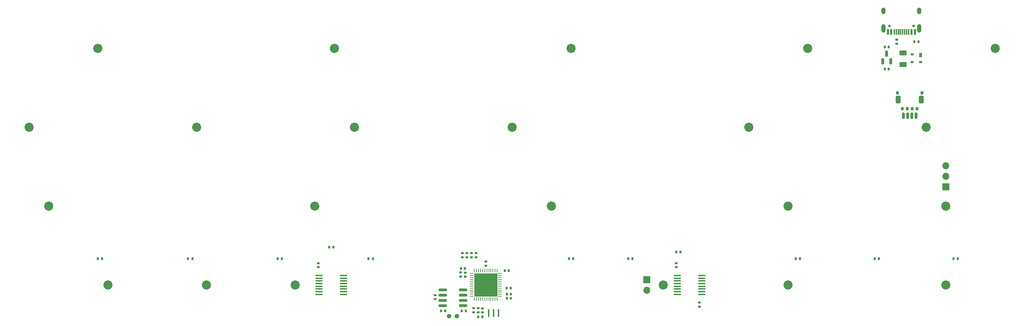
<source format=gbr>
%TF.GenerationSoftware,KiCad,Pcbnew,(7.0.0)*%
%TF.CreationDate,2024-05-04T00:17:19+02:00*%
%TF.ProjectId,minivan,6d696e69-7661-46e2-9e6b-696361645f70,rev?*%
%TF.SameCoordinates,Original*%
%TF.FileFunction,Soldermask,Bot*%
%TF.FilePolarity,Negative*%
%FSLAX46Y46*%
G04 Gerber Fmt 4.6, Leading zero omitted, Abs format (unit mm)*
G04 Created by KiCad (PCBNEW (7.0.0)) date 2024-05-04 00:17:19*
%MOMM*%
%LPD*%
G01*
G04 APERTURE LIST*
G04 Aperture macros list*
%AMRoundRect*
0 Rectangle with rounded corners*
0 $1 Rounding radius*
0 $2 $3 $4 $5 $6 $7 $8 $9 X,Y pos of 4 corners*
0 Add a 4 corners polygon primitive as box body*
4,1,4,$2,$3,$4,$5,$6,$7,$8,$9,$2,$3,0*
0 Add four circle primitives for the rounded corners*
1,1,$1+$1,$2,$3*
1,1,$1+$1,$4,$5*
1,1,$1+$1,$6,$7*
1,1,$1+$1,$8,$9*
0 Add four rect primitives between the rounded corners*
20,1,$1+$1,$2,$3,$4,$5,0*
20,1,$1+$1,$4,$5,$6,$7,0*
20,1,$1+$1,$6,$7,$8,$9,0*
20,1,$1+$1,$8,$9,$2,$3,0*%
G04 Aperture macros list end*
%ADD10C,2.200000*%
%ADD11R,1.700000X1.700000*%
%ADD12O,1.700000X1.700000*%
%ADD13RoundRect,0.140000X-0.170000X0.140000X-0.170000X-0.140000X0.170000X-0.140000X0.170000X0.140000X0*%
%ADD14RoundRect,0.135000X-0.135000X-0.185000X0.135000X-0.185000X0.135000X0.185000X-0.135000X0.185000X0*%
%ADD15RoundRect,0.135000X-0.185000X0.135000X-0.185000X-0.135000X0.185000X-0.135000X0.185000X0.135000X0*%
%ADD16RoundRect,0.135000X0.135000X0.185000X-0.135000X0.185000X-0.135000X-0.185000X0.135000X-0.185000X0*%
%ADD17R,0.400000X1.900000*%
%ADD18RoundRect,0.062500X0.062500X-0.375000X0.062500X0.375000X-0.062500X0.375000X-0.062500X-0.375000X0*%
%ADD19RoundRect,0.062500X0.375000X-0.062500X0.375000X0.062500X-0.375000X0.062500X-0.375000X-0.062500X0*%
%ADD20R,5.600000X5.600000*%
%ADD21R,1.778000X0.419100*%
%ADD22RoundRect,0.150000X-0.150000X-0.625000X0.150000X-0.625000X0.150000X0.625000X-0.150000X0.625000X0*%
%ADD23RoundRect,0.250000X-0.350000X-0.650000X0.350000X-0.650000X0.350000X0.650000X-0.350000X0.650000X0*%
%ADD24R,0.700000X1.000000*%
%ADD25R,0.700000X0.600000*%
%ADD26RoundRect,0.250000X-0.625000X0.375000X-0.625000X-0.375000X0.625000X-0.375000X0.625000X0.375000X0*%
%ADD27C,0.650000*%
%ADD28R,0.600000X1.450000*%
%ADD29R,0.300000X1.450000*%
%ADD30O,1.000000X1.600000*%
%ADD31O,1.000000X2.100000*%
%ADD32RoundRect,0.140000X0.170000X-0.140000X0.170000X0.140000X-0.170000X0.140000X-0.170000X-0.140000X0*%
%ADD33RoundRect,0.150000X-0.825000X-0.150000X0.825000X-0.150000X0.825000X0.150000X-0.825000X0.150000X0*%
%ADD34RoundRect,0.150000X0.150000X-0.587500X0.150000X0.587500X-0.150000X0.587500X-0.150000X-0.587500X0*%
%ADD35RoundRect,0.140000X0.140000X0.170000X-0.140000X0.170000X-0.140000X-0.170000X0.140000X-0.170000X0*%
%ADD36RoundRect,0.140000X-0.140000X-0.170000X0.140000X-0.170000X0.140000X0.170000X-0.140000X0.170000X0*%
%ADD37RoundRect,0.135000X0.185000X-0.135000X0.185000X0.135000X-0.185000X0.135000X-0.185000X-0.135000X0*%
%ADD38RoundRect,0.150000X-0.150000X-0.275000X0.150000X-0.275000X0.150000X0.275000X-0.150000X0.275000X0*%
%ADD39RoundRect,0.175000X-0.175000X-0.225000X0.175000X-0.225000X0.175000X0.225000X-0.175000X0.225000X0*%
%ADD40RoundRect,0.237500X0.250000X0.237500X-0.250000X0.237500X-0.250000X-0.237500X0.250000X-0.237500X0*%
G04 APERTURE END LIST*
D10*
%TO.C,H3*%
X156368750Y-30956250D03*
%TD*%
%TO.C,H18*%
X68262500Y-88106250D03*
%TD*%
%TO.C,H22*%
X246856250Y-88106250D03*
%TD*%
%TO.C,H9*%
X142081250Y-50006250D03*
%TD*%
%TO.C,H4*%
X213518750Y-30956250D03*
%TD*%
%TO.C,H15*%
X208756250Y-69056250D03*
%TD*%
%TO.C,H14*%
X151606250Y-69056250D03*
%TD*%
%TO.C,H12*%
X30162500Y-69056250D03*
%TD*%
%TO.C,H21*%
X208756250Y-88106250D03*
%TD*%
%TO.C,H20*%
X178593750Y-88106250D03*
%TD*%
D11*
%TO.C,SW1*%
X174624999Y-86831249D03*
D12*
X174624999Y-89371249D03*
%TD*%
D10*
%TO.C,H16*%
X246856250Y-69056250D03*
%TD*%
%TO.C,H13*%
X94456250Y-69056250D03*
%TD*%
%TO.C,H5*%
X258762500Y-30956250D03*
%TD*%
%TO.C,H7*%
X65881250Y-50006250D03*
%TD*%
%TO.C,H6*%
X25400000Y-50006250D03*
%TD*%
%TO.C,H10*%
X199231250Y-50006250D03*
%TD*%
%TO.C,H17*%
X44450000Y-88106250D03*
%TD*%
%TO.C,H1*%
X42068750Y-30956250D03*
%TD*%
%TO.C,H19*%
X89693750Y-88106250D03*
%TD*%
%TO.C,H8*%
X103981250Y-50006250D03*
%TD*%
%TO.C,H11*%
X242093750Y-50006250D03*
%TD*%
%TO.C,H2*%
X99218750Y-30956250D03*
%TD*%
D13*
%TO.C,C10*%
X133886072Y-93745973D03*
X133886072Y-94705973D03*
%TD*%
D14*
%TO.C,R14*%
X63832898Y-81756250D03*
X64852898Y-81756250D03*
%TD*%
%TO.C,R23*%
X210627500Y-81756250D03*
X211647500Y-81756250D03*
%TD*%
D15*
%TO.C,R5*%
X132256250Y-80387058D03*
X132256250Y-81407058D03*
%TD*%
D16*
%TO.C,R18*%
X125922500Y-94362500D03*
X124902500Y-94362500D03*
%TD*%
D17*
%TO.C,Y1*%
X136401213Y-94917034D03*
X137601213Y-94917034D03*
X138801213Y-94917034D03*
%TD*%
D14*
%TO.C,R25*%
X248727500Y-81746059D03*
X249747500Y-81746059D03*
%TD*%
D18*
%TO.C,U1*%
X138481250Y-91543750D03*
X137981250Y-91543750D03*
X137481250Y-91543750D03*
X136981250Y-91543750D03*
X136481250Y-91543750D03*
X135981250Y-91543750D03*
X135481250Y-91543750D03*
X134981250Y-91543750D03*
X134481250Y-91543750D03*
X133981250Y-91543750D03*
X133481250Y-91543750D03*
X132981250Y-91543750D03*
D19*
X132293750Y-90856250D03*
X132293750Y-90356250D03*
X132293750Y-89856250D03*
X132293750Y-89356250D03*
X132293750Y-88856250D03*
X132293750Y-88356250D03*
X132293750Y-87856250D03*
X132293750Y-87356250D03*
X132293750Y-86856250D03*
X132293750Y-86356250D03*
X132293750Y-85856250D03*
X132293750Y-85356250D03*
D18*
X132981250Y-84668750D03*
X133481250Y-84668750D03*
X133981250Y-84668750D03*
X134481250Y-84668750D03*
X134981250Y-84668750D03*
X135481250Y-84668750D03*
X135981250Y-84668750D03*
X136481250Y-84668750D03*
X136981250Y-84668750D03*
X137481250Y-84668750D03*
X137981250Y-84668750D03*
X138481250Y-84668750D03*
D19*
X139168750Y-85356250D03*
X139168750Y-85856250D03*
X139168750Y-86356250D03*
X139168750Y-86856250D03*
X139168750Y-87356250D03*
X139168750Y-87856250D03*
X139168750Y-88356250D03*
X139168750Y-88856250D03*
X139168750Y-89356250D03*
X139168750Y-89856250D03*
X139168750Y-90356250D03*
X139168750Y-90856250D03*
D20*
X135731249Y-88106249D03*
%TD*%
D13*
%TO.C,C16*%
X132789679Y-93745973D03*
X132789679Y-94705973D03*
%TD*%
D11*
%TO.C,J4*%
X246856249Y-64452499D03*
D12*
X246856249Y-61912499D03*
X246856249Y-59372499D03*
%TD*%
D21*
%TO.C,U6*%
X187918089Y-85832949D03*
X187918089Y-86483189D03*
X187918089Y-87133429D03*
X187918089Y-87783669D03*
X187918089Y-88428829D03*
X187918089Y-89079069D03*
X187918089Y-89729309D03*
X187918089Y-90379549D03*
X181969409Y-90379549D03*
X181969409Y-89729309D03*
X181969409Y-89079069D03*
X181969409Y-88428829D03*
X181969409Y-87783669D03*
X181969409Y-87133429D03*
X181969409Y-86483189D03*
X181969409Y-85832949D03*
%TD*%
D14*
%TO.C,R8*%
X239202500Y-29368750D03*
X240222500Y-29368750D03*
%TD*%
D22*
%TO.C,J1*%
X236625000Y-47243750D03*
X237625000Y-47243750D03*
X238625000Y-47243750D03*
X239625000Y-47243750D03*
D23*
X235325000Y-43368750D03*
X240925000Y-43368750D03*
%TD*%
D14*
%TO.C,R16*%
X97915000Y-78997940D03*
X98935000Y-78997940D03*
%TD*%
D24*
%TO.C,D1*%
X240710620Y-32587499D03*
D25*
X240710620Y-34287499D03*
X238710620Y-34287499D03*
X238710620Y-32387499D03*
%TD*%
D21*
%TO.C,U4*%
X101399339Y-85832949D03*
X101399339Y-86483189D03*
X101399339Y-87133429D03*
X101399339Y-87783669D03*
X101399339Y-88428829D03*
X101399339Y-89079069D03*
X101399339Y-89729309D03*
X101399339Y-90379549D03*
X95450659Y-90379549D03*
X95450659Y-89729309D03*
X95450659Y-89079069D03*
X95450659Y-88428829D03*
X95450659Y-87783669D03*
X95450659Y-87133429D03*
X95450659Y-86483189D03*
X95450659Y-85832949D03*
%TD*%
D15*
%TO.C,R6*%
X130056250Y-80387058D03*
X130056250Y-81407058D03*
%TD*%
D14*
%TO.C,R20*%
X170146250Y-81756250D03*
X171166250Y-81756250D03*
%TD*%
D13*
%TO.C,C11*%
X134889679Y-93753408D03*
X134889679Y-94713408D03*
%TD*%
D15*
%TO.C,R4*%
X131156250Y-80387058D03*
X131156250Y-81407058D03*
%TD*%
D14*
%TO.C,R11*%
X140777500Y-88900000D03*
X141797500Y-88900000D03*
%TD*%
D26*
%TO.C,F_USBC1*%
X236537500Y-32082528D03*
X236537500Y-34882528D03*
%TD*%
D14*
%TO.C,R9*%
X133883473Y-95832687D03*
X134903473Y-95832687D03*
%TD*%
D27*
%TO.C,J3*%
X233234750Y-25580750D03*
X239014750Y-25580750D03*
D28*
X232874749Y-27025749D03*
X233674749Y-27025749D03*
D29*
X234874749Y-27025749D03*
X235874749Y-27025749D03*
X236374749Y-27025749D03*
X237374749Y-27025749D03*
D28*
X238574749Y-27025749D03*
X239374749Y-27025749D03*
X239374749Y-27025749D03*
X238574749Y-27025749D03*
D29*
X237874749Y-27025749D03*
X236874749Y-27025749D03*
X235374749Y-27025749D03*
X234374749Y-27025749D03*
D28*
X233674749Y-27025749D03*
X232874749Y-27025749D03*
D30*
X231804749Y-21930749D03*
D31*
X231804749Y-26110749D03*
D30*
X240444749Y-21930749D03*
D31*
X240444749Y-26110749D03*
%TD*%
D15*
%TO.C,R7*%
X234950000Y-28858750D03*
X234950000Y-29878750D03*
%TD*%
D14*
%TO.C,R15*%
X42068750Y-81756250D03*
X43088750Y-81756250D03*
%TD*%
D32*
%TO.C,C1*%
X130775537Y-86080138D03*
X130775537Y-85120138D03*
%TD*%
D16*
%TO.C,R17*%
X108453663Y-81746059D03*
X107433663Y-81746059D03*
%TD*%
D33*
%TO.C,U5*%
X125318750Y-93092500D03*
X125318750Y-91822500D03*
X125318750Y-90552500D03*
X125318750Y-89282500D03*
X130268750Y-89282500D03*
X130268750Y-90552500D03*
X130268750Y-91822500D03*
X130268750Y-93092500D03*
%TD*%
D14*
%TO.C,R24*%
X229677500Y-81756250D03*
X230697500Y-81756250D03*
%TD*%
D34*
%TO.C,U3*%
X233518750Y-34129972D03*
X231618750Y-34129972D03*
X232568750Y-32254972D03*
%TD*%
D35*
%TO.C,C12*%
X233048750Y-30596511D03*
X232088750Y-30596511D03*
%TD*%
%TO.C,C13*%
X233048750Y-35944924D03*
X232088750Y-35944924D03*
%TD*%
D14*
%TO.C,R19*%
X181766750Y-80168750D03*
X182786750Y-80168750D03*
%TD*%
D36*
%TO.C,C9*%
X140819430Y-90289802D03*
X141779430Y-90289802D03*
%TD*%
D32*
%TO.C,C15*%
X123451464Y-91501881D03*
X123451464Y-90541881D03*
%TD*%
D37*
%TO.C,R2*%
X135731250Y-83460000D03*
X135731250Y-82440000D03*
%TD*%
D14*
%TO.C,R21*%
X155858750Y-81756250D03*
X156878750Y-81756250D03*
%TD*%
D36*
%TO.C,C6*%
X140830343Y-91336235D03*
X141790343Y-91336235D03*
%TD*%
D35*
%TO.C,C7*%
X130686750Y-84105750D03*
X129726750Y-84105750D03*
%TD*%
D14*
%TO.C,R12*%
X129948750Y-94362500D03*
X130968750Y-94362500D03*
%TD*%
D36*
%TO.C,C8*%
X140295000Y-84650000D03*
X141255000Y-84650000D03*
%TD*%
D15*
%TO.C,R10*%
X129695761Y-85072261D03*
X129695761Y-86092261D03*
%TD*%
D38*
%TO.C,J2*%
X236325000Y-45531250D03*
X237525000Y-45531250D03*
X238725000Y-45531250D03*
X239925000Y-45531250D03*
D39*
X235175000Y-41756250D03*
X241075000Y-41756250D03*
%TD*%
D14*
%TO.C,R13*%
X85498750Y-81756250D03*
X86518750Y-81756250D03*
%TD*%
D15*
%TO.C,R3*%
X133350000Y-80387058D03*
X133350000Y-81407058D03*
%TD*%
D32*
%TO.C,C14*%
X95250000Y-83823750D03*
X95250000Y-82863750D03*
%TD*%
%TO.C,C17*%
X181768750Y-83823750D03*
X181768750Y-82863750D03*
%TD*%
D15*
%TO.C,R22*%
X187325000Y-92358750D03*
X187325000Y-93378750D03*
%TD*%
D40*
%TO.C,JP1*%
X128723442Y-95665357D03*
X126898442Y-95665357D03*
%TD*%
M02*

</source>
